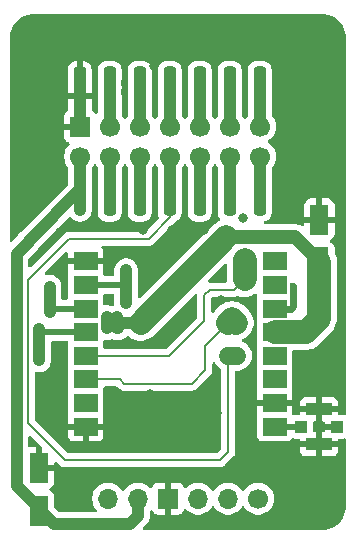
<source format=gbr>
%TF.GenerationSoftware,KiCad,Pcbnew,9.0.0*%
%TF.CreationDate,2025-05-16T16:34:18-03:00*%
%TF.ProjectId,V1A,5631412e-6b69-4636-9164-5f7063625858,rev?*%
%TF.SameCoordinates,Original*%
%TF.FileFunction,Copper,L1,Top*%
%TF.FilePolarity,Positive*%
%FSLAX46Y46*%
G04 Gerber Fmt 4.6, Leading zero omitted, Abs format (unit mm)*
G04 Created by KiCad (PCBNEW 9.0.0) date 2025-05-16 16:34:18*
%MOMM*%
%LPD*%
G01*
G04 APERTURE LIST*
G04 Aperture macros list*
%AMRoundRect*
0 Rectangle with rounded corners*
0 $1 Rounding radius*
0 $2 $3 $4 $5 $6 $7 $8 $9 X,Y pos of 4 corners*
0 Add a 4 corners polygon primitive as box body*
4,1,4,$2,$3,$4,$5,$6,$7,$8,$9,$2,$3,0*
0 Add four circle primitives for the rounded corners*
1,1,$1+$1,$2,$3*
1,1,$1+$1,$4,$5*
1,1,$1+$1,$6,$7*
1,1,$1+$1,$8,$9*
0 Add four rect primitives between the rounded corners*
20,1,$1+$1,$2,$3,$4,$5,0*
20,1,$1+$1,$4,$5,$6,$7,0*
20,1,$1+$1,$6,$7,$8,$9,0*
20,1,$1+$1,$8,$9,$2,$3,0*%
G04 Aperture macros list end*
%TA.AperFunction,ComponentPad*%
%ADD10R,1.700000X1.700000*%
%TD*%
%TA.AperFunction,ComponentPad*%
%ADD11C,1.700000*%
%TD*%
%TA.AperFunction,SMDPad,CuDef*%
%ADD12R,2.000000X1.500000*%
%TD*%
%TA.AperFunction,ComponentPad*%
%ADD13O,1.700000X1.700000*%
%TD*%
%TA.AperFunction,SMDPad,CuDef*%
%ADD14RoundRect,0.250000X0.550000X-1.050000X0.550000X1.050000X-0.550000X1.050000X-0.550000X-1.050000X0*%
%TD*%
%TA.AperFunction,SMDPad,CuDef*%
%ADD15RoundRect,0.255000X-0.255000X2.245000X-0.255000X-2.245000X0.255000X-2.245000X0.255000X2.245000X0*%
%TD*%
%TA.AperFunction,SMDPad,CuDef*%
%ADD16R,1.000000X1.000000*%
%TD*%
%TA.AperFunction,SMDPad,CuDef*%
%ADD17R,2.200000X1.050000*%
%TD*%
%TA.AperFunction,ViaPad*%
%ADD18C,0.800000*%
%TD*%
%TA.AperFunction,ViaPad*%
%ADD19C,0.600000*%
%TD*%
%TA.AperFunction,Conductor*%
%ADD20C,0.200000*%
%TD*%
%TA.AperFunction,Conductor*%
%ADD21C,2.000000*%
%TD*%
%TA.AperFunction,Conductor*%
%ADD22C,0.500000*%
%TD*%
%TA.AperFunction,Conductor*%
%ADD23C,1.000000*%
%TD*%
%TA.AperFunction,Conductor*%
%ADD24C,0.250000*%
%TD*%
%TA.AperFunction,Conductor*%
%ADD25C,0.000000*%
%TD*%
%TA.AperFunction,Conductor*%
%ADD26C,1.200000*%
%TD*%
%TA.AperFunction,Conductor*%
%ADD27C,1.500000*%
%TD*%
%TA.AperFunction,Conductor*%
%ADD28C,0.600000*%
%TD*%
G04 APERTURE END LIST*
D10*
%TO.P,IDC14,1*%
%TO.N,GND*%
X146775859Y-87351463D03*
D11*
%TO.P,IDC14,2*%
%TO.N,5V*%
X146775859Y-89891463D03*
%TO.P,IDC14,3*%
%TO.N,3V3*%
X149315859Y-87351463D03*
%TO.P,IDC14,4*%
%TO.N,MISO*%
X149315859Y-89891463D03*
%TO.P,IDC14,5*%
%TO.N,Ana1*%
X151855859Y-87351463D03*
%TO.P,IDC14,7*%
%TO.N,MOSI*%
X154395859Y-87351463D03*
%TO.P,IDC14,8*%
%TO.N,CS_RP*%
X154395859Y-89891463D03*
%TO.P,IDC14,9*%
%TO.N,TX_RX*%
X156935859Y-87351463D03*
%TO.P,IDC14,10*%
%TO.N,D0*%
X156935859Y-89891463D03*
%TO.P,IDC14,11*%
%TO.N,RX_TX*%
X159475859Y-87351463D03*
%TO.P,IDC14,12*%
%TO.N,SCL*%
X159475859Y-89891463D03*
%TO.P,IDC14,13*%
%TO.N,SCK*%
X162015859Y-87351463D03*
%TO.P,IDC14,14*%
%TO.N,SDA*%
X162015859Y-89891463D03*
%TO.P,IDC14,not connected*%
%TO.N,notconnected*%
X151855859Y-89891463D03*
%TD*%
D12*
%TO.P,RFM95W,1*%
%TO.N,ANT*%
X163245800Y-112755200D03*
%TO.P,RFM95W,2*%
%TO.N,GND*%
X163245800Y-110755200D03*
%TO.P,RFM95W,3*%
%TO.N,N/C*%
X163245800Y-108755200D03*
%TO.P,RFM95W,4*%
X163245800Y-106755200D03*
%TO.P,RFM95W,5*%
%TO.N,3V3*%
X163245800Y-104755200D03*
%TO.P,RFM95W,6*%
%TO.N,D1_ESP32*%
X163245800Y-102755200D03*
%TO.P,RFM95W,7*%
%TO.N,N/C*%
X163245800Y-100755200D03*
%TO.P,RFM95W,8*%
X163245800Y-98755200D03*
%TO.P,RFM95W,9*%
%TO.N,GND*%
X147245800Y-98755200D03*
%TO.P,RFM95W,10*%
%TO.N,MISO*%
X147245800Y-100755200D03*
%TO.P,RFM95W,11*%
%TO.N,MOSI*%
X147245800Y-102755200D03*
%TO.P,RFM95W,12*%
%TO.N,SCK*%
X147245800Y-104755200D03*
%TO.P,RFM95W,13*%
%TO.N,D0_ESP32*%
X147245800Y-106755200D03*
%TO.P,RFM95W,14*%
%TO.N,CS_LORA*%
X147245800Y-108755200D03*
%TO.P,RFM95W,15*%
%TO.N,N/C*%
X147245800Y-110755200D03*
%TO.P,RFM95W,16*%
%TO.N,GND*%
X147245800Y-112755200D03*
%TD*%
D11*
%TO.P,J2,1*%
%TO.N,N/C*%
X161848800Y-118846600D03*
D13*
%TO.P,J2,2*%
%TO.N,RX_TX*%
X159308800Y-118846600D03*
%TO.P,J2,3*%
%TO.N,TX_RX*%
X156768800Y-118846600D03*
D10*
%TO.P,J2,4*%
%TO.N,GND*%
X154228800Y-118846600D03*
D13*
%TO.P,J2,5*%
%TO.N,5V*%
X151688800Y-118846600D03*
%TO.P,J2,6*%
%TO.N,N/C*%
X149148800Y-118846600D03*
%TD*%
D14*
%TO.P,REF\u002A\u002A,1*%
%TO.N,3V3*%
X167030400Y-98828000D03*
%TO.P,REF\u002A\u002A,2*%
%TO.N,GND*%
X167030400Y-95228000D03*
%TD*%
D15*
%TO.P,IDC 14,1*%
%TO.N,SCK*%
X161975859Y-84791463D03*
%TO.P,IDC 14,2*%
%TO.N,SDA*%
X161975859Y-92391463D03*
%TO.P,IDC 14,3*%
%TO.N,RX_TX*%
X159435859Y-84791463D03*
%TO.P,IDC 14,4*%
%TO.N,SCL*%
X159435859Y-92391463D03*
%TO.P,IDC 14,5*%
%TO.N,TX_RX*%
X156895859Y-84791463D03*
%TO.P,IDC 14,6*%
%TO.N,D0*%
X156895859Y-92391463D03*
%TO.P,IDC 14,7*%
%TO.N,MOSI*%
X154355859Y-84791463D03*
%TO.P,IDC 14,8*%
%TO.N,CS_RP*%
X154355859Y-92391463D03*
%TO.P,IDC 14,9*%
%TO.N,Ana1*%
X151815859Y-84791463D03*
%TO.P,IDC 14,10*%
%TO.N,notconnected*%
X151815859Y-92391463D03*
%TO.P,IDC 14,11*%
%TO.N,3V3*%
X149275859Y-84791463D03*
%TO.P,IDC 14,12*%
%TO.N,MISO*%
X149275859Y-92391463D03*
%TO.P,IDC 14,13*%
%TO.N,GND*%
X146735859Y-84791463D03*
%TD*%
D14*
%TO.P,REF\u002A\u002A,1*%
%TO.N,5V*%
X143306800Y-119862600D03*
%TO.P,REF\u002A\u002A,2*%
%TO.N,GND*%
X143306800Y-116262600D03*
%TD*%
D16*
%TO.P,REF\u002A\u002A,1*%
%TO.N,ANT*%
X165495859Y-112766463D03*
D17*
%TO.P,REF\u002A\u002A,2*%
%TO.N,GND*%
X166995859Y-111291463D03*
D16*
X168495859Y-112766463D03*
D17*
X166995859Y-114241463D03*
%TD*%
D18*
%TO.N,GND*%
X154228800Y-104444800D03*
D19*
X147929600Y-82092800D03*
D18*
X152755600Y-98958400D03*
D19*
X149301200Y-105816400D03*
D18*
X158394400Y-111582200D03*
X152095200Y-96139000D03*
X156108400Y-102971600D03*
D19*
X149199600Y-99649280D03*
D18*
X141274800Y-95250000D03*
X168833800Y-85011469D03*
D19*
X144576800Y-99669600D03*
D18*
X152654000Y-112598200D03*
X158140400Y-81534000D03*
X160578800Y-95123000D03*
X152095200Y-99720400D03*
D19*
X149199600Y-98948240D03*
D18*
X145084800Y-96291400D03*
X152044400Y-98298000D03*
X155651200Y-81584800D03*
X158699200Y-102057200D03*
X154381200Y-112598200D03*
D19*
X149199600Y-101803200D03*
X149199600Y-98247200D03*
D18*
X160832800Y-116001800D03*
X168452800Y-105130600D03*
X168833800Y-83742742D03*
X153060400Y-82194400D03*
X145186400Y-88773000D03*
X167291700Y-119438100D03*
X152654000Y-110007400D03*
D19*
X150469600Y-84429600D03*
D18*
X165709600Y-119456200D03*
X164642800Y-88976200D03*
X142240000Y-79375000D03*
X158750000Y-100101400D03*
D19*
X150469600Y-83667600D03*
D18*
X157226000Y-96088200D03*
X146456400Y-119430800D03*
X146456400Y-117246400D03*
X154584400Y-96139000D03*
D19*
X150520400Y-82042000D03*
D18*
X146456400Y-118237000D03*
X168833800Y-86280196D03*
D19*
%TO.N,MISO*%
X150672800Y-100406200D03*
X150672800Y-102184200D03*
X150672800Y-101295200D03*
X150672800Y-99517200D03*
%TO.N,SCK*%
X143306800Y-106248200D03*
X143306800Y-105359200D03*
X143306800Y-107137200D03*
X143306800Y-104470200D03*
%TO.N,MOSI*%
X144195800Y-100914200D03*
X144195800Y-101676200D03*
X144195800Y-102438200D03*
X144195800Y-103200200D03*
D18*
%TO.N,3V3*%
X149910800Y-103479600D03*
X149047200Y-103479600D03*
X149961600Y-104444800D03*
X149047200Y-104444800D03*
D19*
%TO.N,CS_RP*%
X160070800Y-106375200D03*
X159308800Y-107137200D03*
X159308800Y-106375200D03*
X160070800Y-107137200D03*
%TO.N,CS_LORA*%
X159943800Y-103581200D03*
X159181800Y-103581200D03*
X159943800Y-104343200D03*
X159181800Y-104343200D03*
%TO.N,D0_ESP32*%
X160197800Y-98374200D03*
X160197800Y-99263200D03*
X161086800Y-98374200D03*
X161086800Y-99263200D03*
%TO.N,D1_ESP32*%
X164795200Y-102006400D03*
X164795200Y-100838000D03*
X164795200Y-101396800D03*
X164795200Y-102006400D03*
%TD*%
D20*
%TO.N,D0_ESP32*%
X154306000Y-106755200D02*
X147245800Y-106755200D01*
X157276800Y-103784400D02*
X154306000Y-106755200D01*
X157276800Y-101650800D02*
X157276800Y-103784400D01*
X159816800Y-101168200D02*
X157759400Y-101168200D01*
X157759400Y-101168200D02*
X157276800Y-101650800D01*
X160705800Y-100279200D02*
X159816800Y-101168200D01*
D21*
X160705800Y-98628200D02*
X160705800Y-100279200D01*
%TO.N,CS_LORA*%
X159640550Y-103630450D02*
X159972300Y-103962200D01*
X159308800Y-103962200D02*
X159640550Y-103630450D01*
D20*
X157378400Y-105892600D02*
X159308800Y-103962200D01*
X157378400Y-107950000D02*
X157378400Y-105892600D01*
X150520400Y-109118400D02*
X156210000Y-109118400D01*
X156210000Y-109118400D02*
X157378400Y-107950000D01*
X147245800Y-108755200D02*
X150157200Y-108755200D01*
X150157200Y-108755200D02*
X150520400Y-109118400D01*
%TO.N,GND*%
X145464937Y-87351463D02*
X145034000Y-87782400D01*
X166995859Y-112776000D02*
X168486322Y-112776000D01*
X168486322Y-112776000D02*
X168495859Y-112766463D01*
X166995859Y-112776000D02*
X166995859Y-114241463D01*
X166995859Y-111291463D02*
X166995859Y-112776000D01*
X146775859Y-87351463D02*
X145464937Y-87351463D01*
X145034000Y-87782400D02*
X145034000Y-88620600D01*
X145034000Y-88620600D02*
X145186400Y-88773000D01*
D22*
%TO.N,MISO*%
X147264600Y-100736400D02*
X150672800Y-100736400D01*
D20*
X150323800Y-100755200D02*
X150672800Y-100406200D01*
D23*
X150672800Y-100736400D02*
X150672800Y-99517200D01*
D24*
X149285859Y-92401463D02*
X149275859Y-92391463D01*
D23*
X150672800Y-102311200D02*
X150672800Y-100736400D01*
D22*
X147245800Y-100755200D02*
X147264600Y-100736400D01*
%TO.N,SCK*%
X147245800Y-104755200D02*
X143337800Y-104755200D01*
D23*
X143306800Y-107137200D02*
X143306800Y-104470200D01*
D20*
X143591800Y-104755200D02*
X143306800Y-104470200D01*
D24*
%TO.N,RX_TX*%
X159415859Y-84771463D02*
X159435859Y-84791463D01*
D20*
%TO.N,MOSI*%
X144512800Y-102755200D02*
X144195800Y-102438200D01*
D23*
X144195800Y-100914200D02*
X144195800Y-103073200D01*
D22*
X147245800Y-102755200D02*
X144512800Y-102755200D01*
D25*
%TO.N,Ana1*%
X151735859Y-84711463D02*
X151815859Y-84791463D01*
D23*
%TO.N,3V3*%
X149047200Y-103987600D02*
X149047200Y-104444800D01*
D26*
X159156400Y-96723200D02*
X164998400Y-96723200D01*
X164998400Y-96723200D02*
X167030400Y-98755200D01*
D21*
X166995859Y-103671463D02*
X165912122Y-104755200D01*
X165912122Y-104755200D02*
X163245800Y-104755200D01*
D23*
X149910800Y-103479600D02*
X149910800Y-104394000D01*
X149910800Y-104394000D02*
X149961600Y-104444800D01*
D21*
X151892000Y-103987600D02*
X159156400Y-96723200D01*
D20*
X167030400Y-98755200D02*
X167030400Y-98828000D01*
D21*
X166995859Y-103671463D02*
X166995859Y-98862541D01*
D23*
X149047200Y-103479600D02*
X149047200Y-103987600D01*
X149047200Y-103987600D02*
X151892000Y-103987600D01*
D24*
X149375859Y-84691463D02*
X149275859Y-84791463D01*
D21*
X166995859Y-98862541D02*
X167030400Y-98828000D01*
D24*
%TO.N,SDA*%
X161975859Y-93431463D02*
X161975859Y-92391463D01*
X161915859Y-92451463D02*
X161975859Y-92391463D01*
%TO.N,D0*%
X156935859Y-89891463D02*
X156935859Y-89176806D01*
X157265859Y-92761463D02*
X156895859Y-92391463D01*
D20*
%TO.N,CS_RP*%
X159308800Y-114884200D02*
X159308800Y-106375200D01*
X158597600Y-115595400D02*
X159308800Y-114884200D01*
D27*
X160070800Y-106756200D02*
X159308800Y-106756200D01*
D20*
X154395859Y-95032141D02*
X152577800Y-96850200D01*
X152577800Y-96850200D02*
X145846800Y-96850200D01*
X145491200Y-115595400D02*
X158597600Y-115595400D01*
X142354300Y-100342700D02*
X142354300Y-112458500D01*
X154395859Y-89891463D02*
X154395859Y-95032141D01*
X145846800Y-96850200D02*
X142354300Y-100342700D01*
X142354300Y-112458500D02*
X145491200Y-115595400D01*
D23*
%TO.N,5V*%
X142417800Y-97104200D02*
X141401800Y-98120200D01*
X146775859Y-89891463D02*
X146775859Y-94397141D01*
X146775859Y-92665811D02*
X142417800Y-97023870D01*
X146775859Y-89891463D02*
X146775859Y-92665811D01*
X144576800Y-120996200D02*
X151012400Y-120996200D01*
X141401800Y-117821200D02*
X144576800Y-120996200D01*
X151688800Y-120319800D02*
X151688800Y-118846600D01*
X142417800Y-97023870D02*
X142417800Y-97104200D01*
X141401800Y-98120200D02*
X141401800Y-117821200D01*
X151012400Y-120996200D02*
X151688800Y-120319800D01*
D20*
%TO.N,CS_LORA*%
X147245800Y-108755200D02*
X146829800Y-108755200D01*
D28*
%TO.N,D1_ESP32*%
X164795200Y-100838000D02*
X164795200Y-102565200D01*
X164592000Y-102768400D02*
X163259000Y-102768400D01*
X164795200Y-102565200D02*
X164592000Y-102768400D01*
D20*
X163259000Y-102768400D02*
X163245800Y-102755200D01*
D22*
%TO.N,ANT*%
X163565859Y-112811463D02*
X165450859Y-112811463D01*
D24*
X165450859Y-112811463D02*
X165495859Y-112766463D01*
D20*
%TO.N,notconnected*%
X151855859Y-89891463D02*
X151855859Y-89825141D01*
%TO.N,CS_LORA*%
X160169300Y-104216200D02*
X160423300Y-103962200D01*
%TD*%
%TA.AperFunction,Conductor*%
%TO.N,GND*%
G36*
X167279279Y-77807055D02*
G01*
X167533325Y-77823710D01*
X167549405Y-77825827D01*
X167795115Y-77874705D01*
X167810782Y-77878903D01*
X168048009Y-77959434D01*
X168062994Y-77965641D01*
X168072977Y-77970564D01*
X168287688Y-78076450D01*
X168301720Y-78084551D01*
X168510032Y-78223743D01*
X168522896Y-78233615D01*
X168711248Y-78398797D01*
X168722718Y-78410267D01*
X168887899Y-78598622D01*
X168897772Y-78611490D01*
X169036956Y-78819795D01*
X169045065Y-78833840D01*
X169155744Y-79058276D01*
X169155866Y-79058522D01*
X169162073Y-79073508D01*
X169242602Y-79310741D01*
X169246800Y-79326407D01*
X169295675Y-79572114D01*
X169297792Y-79588195D01*
X169314473Y-79842675D01*
X169314739Y-79850784D01*
X169314739Y-79912184D01*
X169314739Y-79912189D01*
X169314740Y-79917307D01*
X169314740Y-79917317D01*
X169315412Y-111673406D01*
X169295729Y-111740446D01*
X169242926Y-111786202D01*
X169173768Y-111796147D01*
X169148078Y-111789591D01*
X169103235Y-111772865D01*
X169103231Y-111772864D01*
X169043703Y-111766463D01*
X168719859Y-111766463D01*
X168652820Y-111746778D01*
X168607065Y-111693974D01*
X168595859Y-111642463D01*
X168595859Y-111541463D01*
X167245859Y-111541463D01*
X167245859Y-112316463D01*
X167371859Y-112316463D01*
X167438898Y-112336148D01*
X167484653Y-112388952D01*
X167495859Y-112440463D01*
X167495859Y-112516463D01*
X168371859Y-112516463D01*
X168438898Y-112536148D01*
X168484653Y-112588952D01*
X168495859Y-112640463D01*
X168495859Y-112892463D01*
X168476174Y-112959502D01*
X168423370Y-113005257D01*
X168371859Y-113016463D01*
X167495859Y-113016463D01*
X167495859Y-113092463D01*
X167476174Y-113159502D01*
X167423370Y-113205257D01*
X167371859Y-113216463D01*
X167245859Y-113216463D01*
X167245859Y-113991463D01*
X168595859Y-113991463D01*
X168595859Y-113890463D01*
X168615544Y-113823424D01*
X168668348Y-113777669D01*
X168719859Y-113766463D01*
X169043687Y-113766463D01*
X169043703Y-113766462D01*
X169103231Y-113760061D01*
X169103239Y-113760059D01*
X169148124Y-113743318D01*
X169217816Y-113738332D01*
X169279139Y-113771817D01*
X169312625Y-113833139D01*
X169315459Y-113859496D01*
X169315578Y-119475851D01*
X169315286Y-119484357D01*
X169297950Y-119736572D01*
X169295776Y-119752678D01*
X169246366Y-119996697D01*
X169242104Y-120012379D01*
X169161208Y-120247838D01*
X169154931Y-120262829D01*
X169043938Y-120485681D01*
X169035755Y-120499722D01*
X168896569Y-120706148D01*
X168886620Y-120718998D01*
X168721636Y-120905445D01*
X168710092Y-120916884D01*
X168522138Y-121080157D01*
X168509197Y-121089988D01*
X168301507Y-121227276D01*
X168287392Y-121235330D01*
X168063528Y-121344279D01*
X168048480Y-121350418D01*
X167812293Y-121429154D01*
X167796573Y-121433272D01*
X167552118Y-121480444D01*
X167535993Y-121482471D01*
X167317498Y-121495481D01*
X167310128Y-121495700D01*
X152227181Y-121495700D01*
X152160142Y-121476015D01*
X152114387Y-121423211D01*
X152104443Y-121354053D01*
X152133468Y-121290497D01*
X152139500Y-121284019D01*
X152223535Y-121199984D01*
X152326578Y-121096941D01*
X152326582Y-121096939D01*
X152465939Y-120957582D01*
X152575432Y-120793714D01*
X152650851Y-120611635D01*
X152659124Y-120570047D01*
X152689300Y-120418340D01*
X152689300Y-120221260D01*
X152689300Y-119966030D01*
X152708985Y-119898991D01*
X152761789Y-119853236D01*
X152830947Y-119843292D01*
X152894503Y-119872317D01*
X152929482Y-119922697D01*
X152935445Y-119938686D01*
X152935449Y-119938693D01*
X153021609Y-120053787D01*
X153021612Y-120053790D01*
X153136706Y-120139950D01*
X153136713Y-120139954D01*
X153271420Y-120190196D01*
X153271427Y-120190198D01*
X153330955Y-120196599D01*
X153330972Y-120196600D01*
X153978800Y-120196600D01*
X153978800Y-119279612D01*
X154035807Y-119312525D01*
X154162974Y-119346600D01*
X154294626Y-119346600D01*
X154421793Y-119312525D01*
X154478800Y-119279612D01*
X154478800Y-120196600D01*
X155126628Y-120196600D01*
X155126644Y-120196599D01*
X155186172Y-120190198D01*
X155186179Y-120190196D01*
X155320886Y-120139954D01*
X155320893Y-120139950D01*
X155435987Y-120053790D01*
X155435990Y-120053787D01*
X155522150Y-119938693D01*
X155522154Y-119938686D01*
X155571222Y-119807129D01*
X155613093Y-119751195D01*
X155678557Y-119726778D01*
X155746830Y-119741630D01*
X155775085Y-119762781D01*
X155889013Y-119876709D01*
X156060979Y-120001648D01*
X156060981Y-120001649D01*
X156060984Y-120001651D01*
X156250388Y-120098157D01*
X156452557Y-120163846D01*
X156662513Y-120197100D01*
X156662514Y-120197100D01*
X156875086Y-120197100D01*
X156875087Y-120197100D01*
X157085043Y-120163846D01*
X157287212Y-120098157D01*
X157476616Y-120001651D01*
X157518849Y-119970967D01*
X157648586Y-119876709D01*
X157648588Y-119876706D01*
X157648592Y-119876704D01*
X157798904Y-119726392D01*
X157798906Y-119726388D01*
X157798909Y-119726386D01*
X157923848Y-119554420D01*
X157923847Y-119554420D01*
X157923851Y-119554416D01*
X157928314Y-119545654D01*
X157976288Y-119494859D01*
X158044108Y-119478063D01*
X158110244Y-119500599D01*
X158149284Y-119545654D01*
X158150307Y-119547660D01*
X158153751Y-119554420D01*
X158278690Y-119726386D01*
X158429013Y-119876709D01*
X158600979Y-120001648D01*
X158600981Y-120001649D01*
X158600984Y-120001651D01*
X158790388Y-120098157D01*
X158992557Y-120163846D01*
X159202513Y-120197100D01*
X159202514Y-120197100D01*
X159415086Y-120197100D01*
X159415087Y-120197100D01*
X159625043Y-120163846D01*
X159827212Y-120098157D01*
X160016616Y-120001651D01*
X160058849Y-119970967D01*
X160188586Y-119876709D01*
X160188588Y-119876706D01*
X160188592Y-119876704D01*
X160338904Y-119726392D01*
X160338906Y-119726388D01*
X160338909Y-119726386D01*
X160463848Y-119554420D01*
X160463847Y-119554420D01*
X160463851Y-119554416D01*
X160468314Y-119545654D01*
X160516288Y-119494859D01*
X160584108Y-119478063D01*
X160650244Y-119500599D01*
X160689284Y-119545654D01*
X160690307Y-119547660D01*
X160693751Y-119554420D01*
X160818690Y-119726386D01*
X160969013Y-119876709D01*
X161140979Y-120001648D01*
X161140981Y-120001649D01*
X161140984Y-120001651D01*
X161330388Y-120098157D01*
X161532557Y-120163846D01*
X161742513Y-120197100D01*
X161742514Y-120197100D01*
X161955086Y-120197100D01*
X161955087Y-120197100D01*
X162165043Y-120163846D01*
X162367212Y-120098157D01*
X162556616Y-120001651D01*
X162598849Y-119970967D01*
X162728586Y-119876709D01*
X162728588Y-119876706D01*
X162728592Y-119876704D01*
X162878904Y-119726392D01*
X162878906Y-119726388D01*
X162878909Y-119726386D01*
X163003848Y-119554420D01*
X163003847Y-119554420D01*
X163003851Y-119554416D01*
X163100357Y-119365012D01*
X163166046Y-119162843D01*
X163199300Y-118952887D01*
X163199300Y-118740313D01*
X163166046Y-118530357D01*
X163100357Y-118328188D01*
X163003851Y-118138784D01*
X163003849Y-118138781D01*
X163003848Y-118138779D01*
X162878909Y-117966813D01*
X162728586Y-117816490D01*
X162556620Y-117691551D01*
X162367214Y-117595044D01*
X162367213Y-117595043D01*
X162367212Y-117595043D01*
X162165043Y-117529354D01*
X162165041Y-117529353D01*
X162165040Y-117529353D01*
X162003757Y-117503808D01*
X161955087Y-117496100D01*
X161742513Y-117496100D01*
X161693842Y-117503808D01*
X161532560Y-117529353D01*
X161330385Y-117595044D01*
X161140979Y-117691551D01*
X160969013Y-117816490D01*
X160818690Y-117966813D01*
X160693749Y-118138782D01*
X160689284Y-118147546D01*
X160641309Y-118198342D01*
X160573488Y-118215136D01*
X160507353Y-118192598D01*
X160468316Y-118147546D01*
X160463850Y-118138782D01*
X160338909Y-117966813D01*
X160188586Y-117816490D01*
X160016620Y-117691551D01*
X159827214Y-117595044D01*
X159827213Y-117595043D01*
X159827212Y-117595043D01*
X159625043Y-117529354D01*
X159625041Y-117529353D01*
X159625040Y-117529353D01*
X159463757Y-117503808D01*
X159415087Y-117496100D01*
X159202513Y-117496100D01*
X159153842Y-117503808D01*
X158992560Y-117529353D01*
X158790385Y-117595044D01*
X158600979Y-117691551D01*
X158429013Y-117816490D01*
X158278690Y-117966813D01*
X158153749Y-118138782D01*
X158149284Y-118147546D01*
X158101309Y-118198342D01*
X158033488Y-118215136D01*
X157967353Y-118192598D01*
X157928316Y-118147546D01*
X157923850Y-118138782D01*
X157798909Y-117966813D01*
X157648586Y-117816490D01*
X157476620Y-117691551D01*
X157287214Y-117595044D01*
X157287213Y-117595043D01*
X157287212Y-117595043D01*
X157085043Y-117529354D01*
X157085041Y-117529353D01*
X157085040Y-117529353D01*
X156923757Y-117503808D01*
X156875087Y-117496100D01*
X156662513Y-117496100D01*
X156613842Y-117503808D01*
X156452560Y-117529353D01*
X156250385Y-117595044D01*
X156060979Y-117691551D01*
X155889015Y-117816489D01*
X155775085Y-117930419D01*
X155713762Y-117963903D01*
X155644070Y-117958919D01*
X155588137Y-117917047D01*
X155571222Y-117886070D01*
X155522154Y-117754513D01*
X155522150Y-117754506D01*
X155435990Y-117639412D01*
X155435987Y-117639409D01*
X155320893Y-117553249D01*
X155320886Y-117553245D01*
X155186179Y-117503003D01*
X155186172Y-117503001D01*
X155126644Y-117496600D01*
X154478800Y-117496600D01*
X154478800Y-118413588D01*
X154421793Y-118380675D01*
X154294626Y-118346600D01*
X154162974Y-118346600D01*
X154035807Y-118380675D01*
X153978800Y-118413588D01*
X153978800Y-117496600D01*
X153330955Y-117496600D01*
X153271427Y-117503001D01*
X153271420Y-117503003D01*
X153136713Y-117553245D01*
X153136706Y-117553249D01*
X153021612Y-117639409D01*
X153021609Y-117639412D01*
X152935449Y-117754506D01*
X152935446Y-117754512D01*
X152886377Y-117886071D01*
X152844505Y-117942004D01*
X152779041Y-117966421D01*
X152710768Y-117951569D01*
X152682514Y-117930418D01*
X152568586Y-117816490D01*
X152396620Y-117691551D01*
X152207214Y-117595044D01*
X152207213Y-117595043D01*
X152207212Y-117595043D01*
X152005043Y-117529354D01*
X152005041Y-117529353D01*
X152005040Y-117529353D01*
X151843757Y-117503808D01*
X151795087Y-117496100D01*
X151582513Y-117496100D01*
X151533842Y-117503808D01*
X151372560Y-117529353D01*
X151170385Y-117595044D01*
X150980979Y-117691551D01*
X150809013Y-117816490D01*
X150658690Y-117966813D01*
X150533749Y-118138782D01*
X150529284Y-118147546D01*
X150481309Y-118198342D01*
X150413488Y-118215136D01*
X150347353Y-118192598D01*
X150308316Y-118147546D01*
X150303850Y-118138782D01*
X150178909Y-117966813D01*
X150028586Y-117816490D01*
X149856620Y-117691551D01*
X149667214Y-117595044D01*
X149667213Y-117595043D01*
X149667212Y-117595043D01*
X149465043Y-117529354D01*
X149465041Y-117529353D01*
X149465040Y-117529353D01*
X149303757Y-117503808D01*
X149255087Y-117496100D01*
X149042513Y-117496100D01*
X148993842Y-117503808D01*
X148832560Y-117529353D01*
X148630385Y-117595044D01*
X148440979Y-117691551D01*
X148269013Y-117816490D01*
X148118690Y-117966813D01*
X147993751Y-118138779D01*
X147897244Y-118328185D01*
X147831553Y-118530360D01*
X147798300Y-118740313D01*
X147798300Y-118952886D01*
X147831553Y-119162839D01*
X147897244Y-119365014D01*
X147993751Y-119554420D01*
X148118690Y-119726386D01*
X148176323Y-119784019D01*
X148209808Y-119845342D01*
X148204824Y-119915034D01*
X148162952Y-119970967D01*
X148097488Y-119995384D01*
X148088642Y-119995700D01*
X145042582Y-119995700D01*
X144975543Y-119976015D01*
X144954901Y-119959381D01*
X144643618Y-119648098D01*
X144610133Y-119586775D01*
X144607299Y-119560417D01*
X144607299Y-118762598D01*
X144607298Y-118762581D01*
X144596799Y-118659803D01*
X144596798Y-118659800D01*
X144556965Y-118539593D01*
X144541614Y-118493266D01*
X144449512Y-118343944D01*
X144325456Y-118219888D01*
X144241079Y-118167844D01*
X144194356Y-118115897D01*
X144183133Y-118046934D01*
X144210977Y-117982852D01*
X144241081Y-117956767D01*
X144325143Y-117904917D01*
X144449115Y-117780945D01*
X144541156Y-117631724D01*
X144541158Y-117631719D01*
X144596305Y-117465297D01*
X144596306Y-117465290D01*
X144606799Y-117362586D01*
X144606800Y-117362573D01*
X144606800Y-116512600D01*
X143430800Y-116512600D01*
X143363761Y-116492915D01*
X143318006Y-116440111D01*
X143306800Y-116388600D01*
X143306800Y-116262600D01*
X143180800Y-116262600D01*
X143113761Y-116242915D01*
X143068006Y-116190111D01*
X143056800Y-116138600D01*
X143056800Y-114462600D01*
X142706828Y-114462600D01*
X142706812Y-114462601D01*
X142604103Y-114473094D01*
X142565302Y-114485951D01*
X142495474Y-114488351D01*
X142435432Y-114452619D01*
X142404241Y-114390098D01*
X142402300Y-114368244D01*
X142402300Y-113655097D01*
X142421985Y-113588058D01*
X142474789Y-113542303D01*
X142543947Y-113532359D01*
X142607503Y-113561384D01*
X142613981Y-113567416D01*
X143520481Y-114473916D01*
X143553966Y-114535239D01*
X143556800Y-114561597D01*
X143556800Y-116012600D01*
X144606799Y-116012600D01*
X144606799Y-115859596D01*
X144626484Y-115792557D01*
X144679288Y-115746802D01*
X144748446Y-115736858D01*
X144812002Y-115765883D01*
X144818467Y-115771902D01*
X145122484Y-116075920D01*
X145122486Y-116075921D01*
X145122490Y-116075924D01*
X145231050Y-116138600D01*
X145259416Y-116154977D01*
X145412143Y-116195901D01*
X145412145Y-116195901D01*
X145577854Y-116195901D01*
X145577870Y-116195900D01*
X158510931Y-116195900D01*
X158510947Y-116195901D01*
X158518543Y-116195901D01*
X158676654Y-116195901D01*
X158676657Y-116195901D01*
X158829385Y-116154977D01*
X158879504Y-116126039D01*
X158966316Y-116075920D01*
X159078120Y-115964116D01*
X159078120Y-115964114D01*
X159088328Y-115953907D01*
X159088329Y-115953904D01*
X159789320Y-115252916D01*
X159868377Y-115115984D01*
X159909301Y-114963257D01*
X159909301Y-114814307D01*
X165395859Y-114814307D01*
X165402260Y-114873835D01*
X165402262Y-114873842D01*
X165452504Y-115008549D01*
X165452508Y-115008556D01*
X165538668Y-115123650D01*
X165538671Y-115123653D01*
X165653765Y-115209813D01*
X165653772Y-115209817D01*
X165788479Y-115260059D01*
X165788486Y-115260061D01*
X165848014Y-115266462D01*
X165848031Y-115266463D01*
X166745859Y-115266463D01*
X167245859Y-115266463D01*
X168143687Y-115266463D01*
X168143703Y-115266462D01*
X168203231Y-115260061D01*
X168203238Y-115260059D01*
X168337945Y-115209817D01*
X168337952Y-115209813D01*
X168453046Y-115123653D01*
X168453049Y-115123650D01*
X168539209Y-115008556D01*
X168539213Y-115008549D01*
X168589455Y-114873842D01*
X168589457Y-114873835D01*
X168595858Y-114814307D01*
X168595859Y-114814290D01*
X168595859Y-114491463D01*
X167245859Y-114491463D01*
X167245859Y-115266463D01*
X166745859Y-115266463D01*
X166745859Y-114491463D01*
X165395859Y-114491463D01*
X165395859Y-114814307D01*
X159909301Y-114814307D01*
X159909301Y-114805142D01*
X159909301Y-114797547D01*
X159909300Y-114797529D01*
X159909300Y-111957327D01*
X161745300Y-111957327D01*
X161745300Y-111969746D01*
X161745300Y-111969747D01*
X161745300Y-113553070D01*
X161745301Y-113553076D01*
X161751708Y-113612683D01*
X161802002Y-113747528D01*
X161802006Y-113747535D01*
X161888252Y-113862744D01*
X161888255Y-113862747D01*
X162003464Y-113948993D01*
X162003471Y-113948997D01*
X162138317Y-113999291D01*
X162138316Y-113999291D01*
X162145244Y-114000035D01*
X162197927Y-114005700D01*
X164293672Y-114005699D01*
X164353283Y-113999291D01*
X164488131Y-113948996D01*
X164603346Y-113862746D01*
X164669735Y-113774061D01*
X164725667Y-113732192D01*
X164795358Y-113727208D01*
X164812335Y-113732192D01*
X164888376Y-113760554D01*
X164947986Y-113766963D01*
X165271861Y-113766962D01*
X165338898Y-113786646D01*
X165384653Y-113839450D01*
X165395859Y-113890962D01*
X165395859Y-113991463D01*
X166745859Y-113991463D01*
X166745859Y-113216463D01*
X166620359Y-113216463D01*
X166553320Y-113196778D01*
X166507565Y-113143974D01*
X166496359Y-113092463D01*
X166496358Y-112440463D01*
X166516042Y-112373424D01*
X166568846Y-112327669D01*
X166620358Y-112316463D01*
X166745859Y-112316463D01*
X166745859Y-111541463D01*
X165395859Y-111541463D01*
X165395859Y-111641963D01*
X165376174Y-111709002D01*
X165323370Y-111754757D01*
X165271859Y-111765963D01*
X164947989Y-111765963D01*
X164947982Y-111765964D01*
X164888369Y-111772372D01*
X164885396Y-111773075D01*
X164883021Y-111772947D01*
X164880663Y-111773201D01*
X164880621Y-111772818D01*
X164815627Y-111769329D01*
X164758959Y-111728458D01*
X164733383Y-111663438D01*
X164739170Y-111620497D01*
X164737613Y-111620130D01*
X164739398Y-111612572D01*
X164745799Y-111553044D01*
X164745800Y-111553027D01*
X164745800Y-111005200D01*
X161745800Y-111005200D01*
X161745800Y-111553044D01*
X161752201Y-111612572D01*
X161752203Y-111612580D01*
X161788968Y-111711152D01*
X161790405Y-111731251D01*
X161796718Y-111750386D01*
X161793719Y-111777598D01*
X161793952Y-111780844D01*
X161793008Y-111784057D01*
X161792853Y-111785468D01*
X161791231Y-111791751D01*
X161751709Y-111897717D01*
X161745300Y-111957327D01*
X159909300Y-111957327D01*
X159909300Y-110718618D01*
X165395859Y-110718618D01*
X165395859Y-111041463D01*
X166745859Y-111041463D01*
X167245859Y-111041463D01*
X168595859Y-111041463D01*
X168595859Y-110718635D01*
X168595858Y-110718618D01*
X168589457Y-110659090D01*
X168589455Y-110659083D01*
X168539213Y-110524376D01*
X168539209Y-110524369D01*
X168453049Y-110409275D01*
X168453046Y-110409272D01*
X168337952Y-110323112D01*
X168337945Y-110323108D01*
X168203238Y-110272866D01*
X168203231Y-110272864D01*
X168143703Y-110266463D01*
X167245859Y-110266463D01*
X167245859Y-111041463D01*
X166745859Y-111041463D01*
X166745859Y-110266463D01*
X165848014Y-110266463D01*
X165788486Y-110272864D01*
X165788479Y-110272866D01*
X165653772Y-110323108D01*
X165653765Y-110323112D01*
X165538671Y-110409272D01*
X165538668Y-110409275D01*
X165452508Y-110524369D01*
X165452504Y-110524376D01*
X165402262Y-110659083D01*
X165402260Y-110659090D01*
X165395859Y-110718618D01*
X159909300Y-110718618D01*
X159909300Y-108130700D01*
X159928985Y-108063661D01*
X159981789Y-108017906D01*
X160033300Y-108006700D01*
X160169222Y-108006700D01*
X160363626Y-107975909D01*
X160550825Y-107915084D01*
X160726205Y-107825724D01*
X160885446Y-107710028D01*
X161024628Y-107570846D01*
X161140324Y-107411605D01*
X161229684Y-107236225D01*
X161290509Y-107049026D01*
X161321300Y-106854622D01*
X161321300Y-106657777D01*
X161290509Y-106463373D01*
X161229682Y-106276170D01*
X161163239Y-106145768D01*
X161140324Y-106100795D01*
X161024628Y-105941554D01*
X160885446Y-105802372D01*
X160726205Y-105686676D01*
X160580985Y-105612683D01*
X160550828Y-105597317D01*
X160536188Y-105592560D01*
X160478514Y-105553120D01*
X160451318Y-105488760D01*
X160463235Y-105419915D01*
X160510481Y-105368440D01*
X160536193Y-105356698D01*
X160548292Y-105352768D01*
X160758733Y-105245543D01*
X160949810Y-105106717D01*
X161116817Y-104939710D01*
X161255643Y-104748633D01*
X161362868Y-104538192D01*
X161435852Y-104313568D01*
X161461265Y-104153116D01*
X161472799Y-104080297D01*
X161472799Y-103844102D01*
X161436145Y-103612683D01*
X161435852Y-103610831D01*
X161399360Y-103498519D01*
X161362869Y-103386210D01*
X161362867Y-103386207D01*
X161352080Y-103365035D01*
X161255643Y-103175766D01*
X161116817Y-102984690D01*
X160618060Y-102485933D01*
X160426984Y-102347107D01*
X160216546Y-102239883D01*
X159991918Y-102166896D01*
X159758647Y-102129950D01*
X159758642Y-102129950D01*
X159522458Y-102129950D01*
X159522453Y-102129950D01*
X159289181Y-102166896D01*
X159064553Y-102239883D01*
X158854115Y-102347107D01*
X158663038Y-102485934D01*
X158164285Y-102984687D01*
X158164278Y-102984696D01*
X158101617Y-103070940D01*
X158046287Y-103113606D01*
X157976674Y-103119584D01*
X157914879Y-103086977D01*
X157880522Y-103026138D01*
X157877300Y-102998054D01*
X157877300Y-101950897D01*
X157885944Y-101921456D01*
X157892468Y-101891470D01*
X157896222Y-101886454D01*
X157896985Y-101883858D01*
X157913619Y-101863216D01*
X157971816Y-101805019D01*
X158033139Y-101771534D01*
X158059497Y-101768700D01*
X159730131Y-101768700D01*
X159730147Y-101768701D01*
X159737743Y-101768701D01*
X159895854Y-101768701D01*
X159895857Y-101768701D01*
X160048585Y-101727777D01*
X160094315Y-101701374D01*
X160162213Y-101684901D01*
X160194626Y-101690828D01*
X160354432Y-101742753D01*
X160471070Y-101761226D01*
X160587703Y-101779700D01*
X160587708Y-101779700D01*
X160823897Y-101779700D01*
X161057168Y-101742753D01*
X161096848Y-101729860D01*
X161281792Y-101669768D01*
X161492233Y-101562543D01*
X161554629Y-101517209D01*
X161620433Y-101493729D01*
X161688487Y-101509554D01*
X161737183Y-101559659D01*
X161745376Y-101578998D01*
X161749416Y-101591358D01*
X161751709Y-101612683D01*
X161789579Y-101714219D01*
X161790381Y-101716671D01*
X161791366Y-101749143D01*
X161793685Y-101781560D01*
X161792475Y-101785677D01*
X161792501Y-101786509D01*
X161791973Y-101787386D01*
X161788701Y-101798532D01*
X161751709Y-101897714D01*
X161751708Y-101897716D01*
X161748000Y-101932211D01*
X161745301Y-101957323D01*
X161745300Y-101957335D01*
X161745300Y-103553070D01*
X161745301Y-103553076D01*
X161751709Y-103612684D01*
X161788701Y-103711868D01*
X161793685Y-103781560D01*
X161788701Y-103798532D01*
X161751709Y-103897714D01*
X161751708Y-103897716D01*
X161745301Y-103957316D01*
X161745300Y-103957335D01*
X161745300Y-105553070D01*
X161745301Y-105553076D01*
X161751709Y-105612684D01*
X161788701Y-105711868D01*
X161793685Y-105781560D01*
X161788701Y-105798532D01*
X161751709Y-105897714D01*
X161751708Y-105897716D01*
X161745301Y-105957316D01*
X161745301Y-105957323D01*
X161745300Y-105957335D01*
X161745300Y-107553070D01*
X161745301Y-107553076D01*
X161751709Y-107612684D01*
X161788701Y-107711868D01*
X161793685Y-107781560D01*
X161788701Y-107798532D01*
X161751709Y-107897714D01*
X161751708Y-107897716D01*
X161745301Y-107957316D01*
X161745301Y-107957323D01*
X161745300Y-107957335D01*
X161745300Y-109553070D01*
X161745301Y-109553076D01*
X161751708Y-109612683D01*
X161788968Y-109712581D01*
X161793952Y-109782273D01*
X161788968Y-109799246D01*
X161752203Y-109897817D01*
X161752201Y-109897827D01*
X161745800Y-109957355D01*
X161745800Y-110505200D01*
X164745800Y-110505200D01*
X164745800Y-109957372D01*
X164745799Y-109957355D01*
X164739398Y-109897827D01*
X164739396Y-109897820D01*
X164702631Y-109799247D01*
X164697647Y-109729556D01*
X164702631Y-109712581D01*
X164739891Y-109612683D01*
X164746300Y-109553073D01*
X164746299Y-107957328D01*
X164739891Y-107897717D01*
X164702896Y-107798530D01*
X164697913Y-107728842D01*
X164702892Y-107711880D01*
X164739891Y-107612683D01*
X164746300Y-107553073D01*
X164746299Y-106379699D01*
X164765984Y-106312661D01*
X164818787Y-106266906D01*
X164870299Y-106255700D01*
X166030219Y-106255700D01*
X166263490Y-106218753D01*
X166488114Y-106145768D01*
X166698556Y-106038543D01*
X166889632Y-105899717D01*
X168140377Y-104648973D01*
X168279202Y-104457896D01*
X168386427Y-104247455D01*
X168459412Y-104022831D01*
X168467639Y-103970886D01*
X168496359Y-103789555D01*
X168496359Y-99173928D01*
X168497886Y-99154530D01*
X168530899Y-98946097D01*
X168530899Y-98709902D01*
X168500298Y-98516700D01*
X168493952Y-98476632D01*
X168420968Y-98252008D01*
X168344414Y-98101761D01*
X168330899Y-98045466D01*
X168330899Y-97727998D01*
X168330898Y-97727981D01*
X168320399Y-97625203D01*
X168320398Y-97625200D01*
X168265214Y-97458666D01*
X168173112Y-97309344D01*
X168049056Y-97185288D01*
X167964679Y-97133244D01*
X167917956Y-97081297D01*
X167906733Y-97012334D01*
X167934577Y-96948252D01*
X167964681Y-96922167D01*
X168048743Y-96870317D01*
X168172715Y-96746345D01*
X168264756Y-96597124D01*
X168264758Y-96597119D01*
X168319905Y-96430697D01*
X168319906Y-96430690D01*
X168330399Y-96327986D01*
X168330400Y-96327973D01*
X168330400Y-95478000D01*
X165730400Y-95478000D01*
X165730400Y-95658704D01*
X165710715Y-95725743D01*
X165657911Y-95771498D01*
X165588752Y-95781441D01*
X165550106Y-95769188D01*
X165420845Y-95703327D01*
X165256101Y-95649798D01*
X165256099Y-95649797D01*
X165256098Y-95649797D01*
X165124671Y-95628981D01*
X165085011Y-95622700D01*
X165085010Y-95622700D01*
X162424880Y-95622700D01*
X162357841Y-95603015D01*
X162312086Y-95550211D01*
X162302142Y-95481053D01*
X162331167Y-95417497D01*
X162385876Y-95380994D01*
X162424286Y-95368265D01*
X162552321Y-95325840D01*
X162702637Y-95233123D01*
X162827519Y-95108241D01*
X162920236Y-94957925D01*
X162975788Y-94790278D01*
X162986359Y-94686805D01*
X162986359Y-94128013D01*
X165730400Y-94128013D01*
X165730400Y-94978000D01*
X166780400Y-94978000D01*
X167280400Y-94978000D01*
X168330399Y-94978000D01*
X168330399Y-94128028D01*
X168330398Y-94128013D01*
X168319905Y-94025302D01*
X168264758Y-93858880D01*
X168264756Y-93858875D01*
X168172715Y-93709654D01*
X168048745Y-93585684D01*
X167899524Y-93493643D01*
X167899519Y-93493641D01*
X167733097Y-93438494D01*
X167733090Y-93438493D01*
X167630386Y-93428000D01*
X167280400Y-93428000D01*
X167280400Y-94978000D01*
X166780400Y-94978000D01*
X166780400Y-93428000D01*
X166430428Y-93428000D01*
X166430412Y-93428001D01*
X166327702Y-93438494D01*
X166161280Y-93493641D01*
X166161275Y-93493643D01*
X166012054Y-93585684D01*
X165888084Y-93709654D01*
X165796043Y-93858875D01*
X165796041Y-93858880D01*
X165740894Y-94025302D01*
X165740893Y-94025309D01*
X165730400Y-94128013D01*
X162986359Y-94128013D01*
X162986359Y-90882221D01*
X163006044Y-90815182D01*
X163022678Y-90794540D01*
X163033747Y-90783471D01*
X163045963Y-90771255D01*
X163045965Y-90771251D01*
X163045968Y-90771249D01*
X163170907Y-90599283D01*
X163170906Y-90599283D01*
X163170910Y-90599279D01*
X163267416Y-90409875D01*
X163333105Y-90207706D01*
X163366359Y-89997750D01*
X163366359Y-89785176D01*
X163333105Y-89575220D01*
X163267416Y-89373051D01*
X163170910Y-89183647D01*
X163170908Y-89183644D01*
X163170907Y-89183642D01*
X163045968Y-89011676D01*
X162895645Y-88861353D01*
X162723679Y-88736414D01*
X162722974Y-88736054D01*
X162714913Y-88731948D01*
X162664118Y-88683975D01*
X162647322Y-88616155D01*
X162669858Y-88550019D01*
X162714913Y-88510978D01*
X162723675Y-88506514D01*
X162810330Y-88443556D01*
X162895645Y-88381572D01*
X162895647Y-88381569D01*
X162895651Y-88381567D01*
X163045963Y-88231255D01*
X163045965Y-88231251D01*
X163045968Y-88231249D01*
X163170907Y-88059283D01*
X163170906Y-88059283D01*
X163170910Y-88059279D01*
X163267416Y-87869875D01*
X163333105Y-87667706D01*
X163366359Y-87457750D01*
X163366359Y-87245176D01*
X163333105Y-87035220D01*
X163267416Y-86833051D01*
X163170910Y-86643647D01*
X163170908Y-86643644D01*
X163170907Y-86643642D01*
X163045968Y-86471676D01*
X163022678Y-86448386D01*
X162989193Y-86387063D01*
X162986359Y-86360705D01*
X162986359Y-82496126D01*
X162986358Y-82496113D01*
X162986037Y-82492972D01*
X162975788Y-82392648D01*
X162920236Y-82225001D01*
X162920232Y-82224995D01*
X162920231Y-82224992D01*
X162827521Y-82074688D01*
X162827518Y-82074684D01*
X162702637Y-81949803D01*
X162702633Y-81949800D01*
X162552329Y-81857090D01*
X162552323Y-81857087D01*
X162552321Y-81857086D01*
X162552318Y-81857085D01*
X162384675Y-81801534D01*
X162281208Y-81790963D01*
X162281201Y-81790963D01*
X161670517Y-81790963D01*
X161670509Y-81790963D01*
X161567042Y-81801534D01*
X161399399Y-81857085D01*
X161399388Y-81857090D01*
X161249084Y-81949800D01*
X161249080Y-81949803D01*
X161124199Y-82074684D01*
X161124196Y-82074688D01*
X161031486Y-82224992D01*
X161031481Y-82225003D01*
X160975930Y-82392646D01*
X160965359Y-82496113D01*
X160965359Y-86459452D01*
X160959675Y-86478808D01*
X160958894Y-86498967D01*
X160946969Y-86522080D01*
X160945674Y-86526491D01*
X160943001Y-86530480D01*
X160942331Y-86531437D01*
X160860808Y-86643647D01*
X160852434Y-86660081D01*
X160847501Y-86667141D01*
X160826681Y-86683814D01*
X160808368Y-86703205D01*
X160799829Y-86705319D01*
X160792965Y-86710817D01*
X160766436Y-86713588D01*
X160740547Y-86719999D01*
X160732222Y-86717162D01*
X160723473Y-86718076D01*
X160699657Y-86706064D01*
X160674412Y-86697461D01*
X160668056Y-86690126D01*
X160661089Y-86686612D01*
X160652752Y-86672463D01*
X160635375Y-86652409D01*
X160630909Y-86643645D01*
X160505968Y-86471676D01*
X160482678Y-86448386D01*
X160449193Y-86387063D01*
X160446359Y-86360705D01*
X160446359Y-82496126D01*
X160446358Y-82496113D01*
X160446037Y-82492972D01*
X160435788Y-82392648D01*
X160380236Y-82225001D01*
X160380232Y-82224995D01*
X160380231Y-82224992D01*
X160287521Y-82074688D01*
X160287518Y-82074684D01*
X160162637Y-81949803D01*
X160162633Y-81949800D01*
X160012329Y-81857090D01*
X160012323Y-81857087D01*
X160012321Y-81857086D01*
X160012318Y-81857085D01*
X159844675Y-81801534D01*
X159741208Y-81790963D01*
X159741201Y-81790963D01*
X159130517Y-81790963D01*
X159130509Y-81790963D01*
X159027042Y-81801534D01*
X158859399Y-81857085D01*
X158859388Y-81857090D01*
X158709084Y-81949800D01*
X158709080Y-81949803D01*
X158584199Y-82074684D01*
X158584196Y-82074688D01*
X158491486Y-82224992D01*
X158491481Y-82225003D01*
X158435930Y-82392646D01*
X158425359Y-82496113D01*
X158425359Y-86459452D01*
X158419675Y-86478808D01*
X158418894Y-86498967D01*
X158406969Y-86522080D01*
X158405674Y-86526491D01*
X158403001Y-86530480D01*
X158402331Y-86531437D01*
X158320808Y-86643647D01*
X158312434Y-86660081D01*
X158307501Y-86667141D01*
X158286681Y-86683814D01*
X158268368Y-86703205D01*
X158259829Y-86705319D01*
X158252965Y-86710817D01*
X158226436Y-86713588D01*
X158200547Y-86719999D01*
X158192222Y-86717162D01*
X158183473Y-86718076D01*
X158159657Y-86706064D01*
X158134412Y-86697461D01*
X158128056Y-86690126D01*
X158121089Y-86686612D01*
X158112752Y-86672463D01*
X158095375Y-86652409D01*
X158090909Y-86643645D01*
X157965968Y-86471676D01*
X157942678Y-86448386D01*
X157909193Y-86387063D01*
X157906359Y-86360705D01*
X157906359Y-82496126D01*
X157906358Y-82496113D01*
X157906037Y-82492972D01*
X157895788Y-82392648D01*
X157840236Y-82225001D01*
X157840232Y-82224995D01*
X157840231Y-82224992D01*
X157747521Y-82074688D01*
X157747518Y-82074684D01*
X157622637Y-81949803D01*
X157622633Y-81949800D01*
X157472329Y-81857090D01*
X157472323Y-81857087D01*
X157472321Y-81857086D01*
X157472318Y-81857085D01*
X157304675Y-81801534D01*
X157201208Y-81790963D01*
X157201201Y-81790963D01*
X156590517Y-81790963D01*
X156590509Y-81790963D01*
X156487042Y-81801534D01*
X156319399Y-81857085D01*
X156319388Y-81857090D01*
X156169084Y-81949800D01*
X156169080Y-81949803D01*
X156044199Y-82074684D01*
X156044196Y-82074688D01*
X155951486Y-82224992D01*
X155951481Y-82225003D01*
X155895930Y-82392646D01*
X155885359Y-82496113D01*
X155885359Y-86459452D01*
X155879675Y-86478808D01*
X155878894Y-86498967D01*
X155866969Y-86522080D01*
X155865674Y-86526491D01*
X155863001Y-86530480D01*
X155862331Y-86531437D01*
X155780808Y-86643647D01*
X155772434Y-86660081D01*
X155767501Y-86667141D01*
X155746681Y-86683814D01*
X155728368Y-86703205D01*
X155719829Y-86705319D01*
X155712965Y-86710817D01*
X155686436Y-86713588D01*
X155660547Y-86719999D01*
X155652222Y-86717162D01*
X155643473Y-86718076D01*
X155619657Y-86706064D01*
X155594412Y-86697461D01*
X155588056Y-86690126D01*
X155581089Y-86686612D01*
X155572752Y-86672463D01*
X155555375Y-86652409D01*
X155550909Y-86643645D01*
X155425968Y-86471676D01*
X155402678Y-86448386D01*
X155369193Y-86387063D01*
X155366359Y-86360705D01*
X155366359Y-82496126D01*
X155366358Y-82496113D01*
X155366037Y-82492972D01*
X155355788Y-82392648D01*
X155300236Y-82225001D01*
X155300232Y-82224995D01*
X155300231Y-82224992D01*
X155207521Y-82074688D01*
X155207518Y-82074684D01*
X155082637Y-81949803D01*
X155082633Y-81949800D01*
X154932329Y-81857090D01*
X154932323Y-81857087D01*
X154932321Y-81857086D01*
X154932318Y-81857085D01*
X154764675Y-81801534D01*
X154661208Y-81790963D01*
X154661201Y-81790963D01*
X154050517Y-81790963D01*
X154050509Y-81790963D01*
X153947042Y-81801534D01*
X153779399Y-81857085D01*
X153779388Y-81857090D01*
X153629084Y-81949800D01*
X153629080Y-81949803D01*
X153504199Y-82074684D01*
X153504196Y-82074688D01*
X153411486Y-82224992D01*
X153411481Y-82225003D01*
X153355930Y-82392646D01*
X153345359Y-82496113D01*
X153345359Y-86459452D01*
X153339675Y-86478808D01*
X153338894Y-86498967D01*
X153326969Y-86522080D01*
X153325674Y-86526491D01*
X153323001Y-86530480D01*
X153322331Y-86531437D01*
X153240808Y-86643647D01*
X153232434Y-86660081D01*
X153227501Y-86667141D01*
X153206681Y-86683814D01*
X153188368Y-86703205D01*
X153179829Y-86705319D01*
X153172965Y-86710817D01*
X153146436Y-86713588D01*
X153120547Y-86719999D01*
X153112222Y-86717162D01*
X153103473Y-86718076D01*
X153079657Y-86706064D01*
X153054412Y-86697461D01*
X153048056Y-86690126D01*
X153041089Y-86686612D01*
X153032752Y-86672463D01*
X153015375Y-86652409D01*
X153010909Y-86643645D01*
X152885968Y-86471676D01*
X152862678Y-86448386D01*
X152829193Y-86387063D01*
X152826359Y-86360705D01*
X152826359Y-82496126D01*
X152826358Y-82496113D01*
X152826037Y-82492972D01*
X152815788Y-82392648D01*
X152760236Y-82225001D01*
X152760232Y-82224995D01*
X152760231Y-82224992D01*
X152667521Y-82074688D01*
X152667518Y-82074684D01*
X152542637Y-81949803D01*
X152542633Y-81949800D01*
X152392329Y-81857090D01*
X152392323Y-81857087D01*
X152392321Y-81857086D01*
X152392318Y-81857085D01*
X152224675Y-81801534D01*
X152121208Y-81790963D01*
X152121201Y-81790963D01*
X151510517Y-81790963D01*
X151510509Y-81790963D01*
X151407042Y-81801534D01*
X151239399Y-81857085D01*
X151239388Y-81857090D01*
X151089084Y-81949800D01*
X151089080Y-81949803D01*
X150964199Y-82074684D01*
X150964196Y-82074688D01*
X150871486Y-82224992D01*
X150871481Y-82225003D01*
X150815930Y-82392646D01*
X150805359Y-82496113D01*
X150805359Y-86459452D01*
X150799675Y-86478808D01*
X150798894Y-86498967D01*
X150786969Y-86522080D01*
X150785674Y-86526491D01*
X150783001Y-86530480D01*
X150782331Y-86531437D01*
X150700808Y-86643647D01*
X150692434Y-86660081D01*
X150687501Y-86667141D01*
X150666681Y-86683814D01*
X150648368Y-86703205D01*
X150639829Y-86705319D01*
X150632965Y-86710817D01*
X150606436Y-86713588D01*
X150580547Y-86719999D01*
X150572222Y-86717162D01*
X150563473Y-86718076D01*
X150539657Y-86706064D01*
X150514412Y-86697461D01*
X150508056Y-86690126D01*
X150501089Y-86686612D01*
X150492752Y-86672463D01*
X150475375Y-86652409D01*
X150470909Y-86643645D01*
X150345968Y-86471676D01*
X150322678Y-86448386D01*
X150289193Y-86387063D01*
X150286359Y-86360705D01*
X150286359Y-82496126D01*
X150286358Y-82496113D01*
X150286037Y-82492972D01*
X150275788Y-82392648D01*
X150220236Y-82225001D01*
X150220232Y-82224995D01*
X150220231Y-82224992D01*
X150127521Y-82074688D01*
X150127518Y-82074684D01*
X150002637Y-81949803D01*
X150002633Y-81949800D01*
X149852329Y-81857090D01*
X149852323Y-81857087D01*
X149852321Y-81857086D01*
X149852318Y-81857085D01*
X149684675Y-81801534D01*
X149581208Y-81790963D01*
X149581201Y-81790963D01*
X148970517Y-81790963D01*
X148970509Y-81790963D01*
X148867042Y-81801534D01*
X148699399Y-81857085D01*
X148699388Y-81857090D01*
X148549084Y-81949800D01*
X148549080Y-81949803D01*
X148424199Y-82074684D01*
X148424196Y-82074688D01*
X148331486Y-82224992D01*
X148331481Y-82225003D01*
X148275930Y-82392646D01*
X148265359Y-82496113D01*
X148265359Y-86148835D01*
X148245674Y-86215874D01*
X148192870Y-86261629D01*
X148123712Y-86271573D01*
X148060156Y-86242548D01*
X148042093Y-86223147D01*
X147983046Y-86144272D01*
X147867951Y-86058111D01*
X147867950Y-86058110D01*
X147826523Y-86042659D01*
X147770590Y-86000787D01*
X147746174Y-85935323D01*
X147745858Y-85926478D01*
X147745858Y-85041463D01*
X145725859Y-85041463D01*
X145725859Y-85964532D01*
X145706174Y-86031571D01*
X145676171Y-86063798D01*
X145568668Y-86144275D01*
X145482508Y-86259369D01*
X145482504Y-86259376D01*
X145432262Y-86394083D01*
X145432260Y-86394090D01*
X145425859Y-86453618D01*
X145425859Y-87101463D01*
X146342847Y-87101463D01*
X146309934Y-87158470D01*
X146275859Y-87285637D01*
X146275859Y-87417289D01*
X146309934Y-87544456D01*
X146342847Y-87601463D01*
X145425859Y-87601463D01*
X145425859Y-88249307D01*
X145432260Y-88308835D01*
X145432262Y-88308842D01*
X145482504Y-88443549D01*
X145482508Y-88443556D01*
X145568668Y-88558650D01*
X145568671Y-88558653D01*
X145683765Y-88644813D01*
X145683772Y-88644817D01*
X145815329Y-88693885D01*
X145871263Y-88735756D01*
X145895680Y-88801221D01*
X145880828Y-88869494D01*
X145859678Y-88897748D01*
X145745748Y-89011678D01*
X145620810Y-89183642D01*
X145524303Y-89373048D01*
X145458612Y-89575223D01*
X145425359Y-89785176D01*
X145425359Y-89997749D01*
X145458612Y-90207702D01*
X145524303Y-90409877D01*
X145620810Y-90599283D01*
X145748618Y-90775197D01*
X145747747Y-90775829D01*
X145774216Y-90834864D01*
X145775359Y-90851662D01*
X145775359Y-92200028D01*
X145755674Y-92267067D01*
X145739040Y-92287709D01*
X143531067Y-94495682D01*
X141780021Y-96246728D01*
X141780018Y-96246731D01*
X141736126Y-96290623D01*
X141640659Y-96386089D01*
X141640657Y-96386092D01*
X141531169Y-96549952D01*
X141522250Y-96571484D01*
X141495372Y-96611706D01*
X141025882Y-97081196D01*
X140964559Y-97114681D01*
X140894867Y-97109697D01*
X140838934Y-97067825D01*
X140814517Y-97002361D01*
X140814201Y-96993511D01*
X140816849Y-82496144D01*
X145725859Y-82496144D01*
X145725859Y-84541463D01*
X146485859Y-84541463D01*
X146985859Y-84541463D01*
X147745858Y-84541463D01*
X147745858Y-82496159D01*
X147745857Y-82496144D01*
X147735294Y-82392747D01*
X147679780Y-82225216D01*
X147679778Y-82225211D01*
X147587123Y-82074995D01*
X147462326Y-81950198D01*
X147312110Y-81857543D01*
X147312105Y-81857541D01*
X147144574Y-81802027D01*
X147041177Y-81791463D01*
X146985859Y-81791463D01*
X146985859Y-84541463D01*
X146485859Y-84541463D01*
X146485859Y-81791463D01*
X146485858Y-81791462D01*
X146430555Y-81791463D01*
X146430538Y-81791464D01*
X146327143Y-81802027D01*
X146159612Y-81857541D01*
X146159607Y-81857543D01*
X146009391Y-81950198D01*
X145884594Y-82074995D01*
X145791939Y-82225211D01*
X145791937Y-82225216D01*
X145736423Y-82392747D01*
X145725859Y-82496144D01*
X140816849Y-82496144D01*
X140817320Y-79917116D01*
X140817333Y-79917071D01*
X140817333Y-79855202D01*
X140817599Y-79847121D01*
X140821981Y-79780282D01*
X140834252Y-79593081D01*
X140836369Y-79577005D01*
X140877547Y-79370001D01*
X140885248Y-79331288D01*
X140889439Y-79315643D01*
X140969974Y-79078404D01*
X140976181Y-79063421D01*
X140978718Y-79058276D01*
X141086993Y-78838721D01*
X141095085Y-78824706D01*
X141234296Y-78616367D01*
X141244142Y-78603536D01*
X141409341Y-78415167D01*
X141420799Y-78403709D01*
X141609173Y-78238513D01*
X141622017Y-78228658D01*
X141830330Y-78089472D01*
X141844376Y-78081363D01*
X141854343Y-78076448D01*
X142069066Y-77970561D01*
X142084042Y-77964358D01*
X142321288Y-77883828D01*
X142336926Y-77879637D01*
X142582659Y-77830761D01*
X142598721Y-77828647D01*
X142853693Y-77811938D01*
X142861750Y-77811674D01*
X142922719Y-77811675D01*
X142922772Y-77811660D01*
X167271190Y-77806790D01*
X167279279Y-77807055D01*
G37*
%TD.AperFunction*%
%TA.AperFunction,Conductor*%
G36*
X145651332Y-105512309D02*
G01*
X145674696Y-105514497D01*
X145684236Y-105521971D01*
X145695862Y-105525385D01*
X145711224Y-105543114D01*
X145729697Y-105557586D01*
X145738510Y-105574603D01*
X145741617Y-105578189D01*
X145743025Y-105583323D01*
X145745928Y-105588927D01*
X145750596Y-105602336D01*
X145751709Y-105612683D01*
X145789160Y-105713095D01*
X145789624Y-105714427D01*
X145791285Y-105748012D01*
X145793685Y-105781560D01*
X145793007Y-105782801D01*
X145793077Y-105784211D01*
X145788701Y-105798532D01*
X145751709Y-105897714D01*
X145751708Y-105897716D01*
X145745301Y-105957316D01*
X145745301Y-105957323D01*
X145745300Y-105957335D01*
X145745300Y-107553070D01*
X145745301Y-107553076D01*
X145751709Y-107612684D01*
X145788701Y-107711868D01*
X145793685Y-107781560D01*
X145788701Y-107798532D01*
X145751709Y-107897714D01*
X145751708Y-107897716D01*
X145745301Y-107957316D01*
X145745301Y-107957323D01*
X145745300Y-107957335D01*
X145745300Y-109553070D01*
X145745301Y-109553076D01*
X145751709Y-109612684D01*
X145788701Y-109711868D01*
X145793685Y-109781560D01*
X145788701Y-109798532D01*
X145751709Y-109897714D01*
X145751708Y-109897716D01*
X145745301Y-109957316D01*
X145745301Y-109957323D01*
X145745300Y-109957335D01*
X145745300Y-111553070D01*
X145745301Y-111553076D01*
X145751708Y-111612683D01*
X145788968Y-111712581D01*
X145793952Y-111782273D01*
X145788968Y-111799246D01*
X145752203Y-111897817D01*
X145752201Y-111897827D01*
X145745800Y-111957355D01*
X145745800Y-112505200D01*
X148745800Y-112505200D01*
X148745800Y-111957372D01*
X148745799Y-111957355D01*
X148739398Y-111897827D01*
X148739396Y-111897820D01*
X148702631Y-111799247D01*
X148697647Y-111729556D01*
X148702631Y-111712581D01*
X148739891Y-111612683D01*
X148746300Y-111553073D01*
X148746299Y-109957328D01*
X148739891Y-109897717D01*
X148702896Y-109798530D01*
X148697913Y-109728842D01*
X148702892Y-109711880D01*
X148739891Y-109612683D01*
X148746300Y-109553073D01*
X148746300Y-109479700D01*
X148765985Y-109412661D01*
X148818789Y-109366906D01*
X148870300Y-109355700D01*
X149857103Y-109355700D01*
X149886543Y-109364344D01*
X149916530Y-109370868D01*
X149921545Y-109374622D01*
X149924142Y-109375385D01*
X149944784Y-109392019D01*
X150035539Y-109482774D01*
X150035549Y-109482785D01*
X150039879Y-109487115D01*
X150039880Y-109487116D01*
X150151684Y-109598920D01*
X150151686Y-109598921D01*
X150151690Y-109598924D01*
X150288609Y-109677973D01*
X150288616Y-109677977D01*
X150400419Y-109707934D01*
X150441342Y-109718900D01*
X150441343Y-109718900D01*
X156123331Y-109718900D01*
X156123347Y-109718901D01*
X156130943Y-109718901D01*
X156289054Y-109718901D01*
X156289057Y-109718901D01*
X156441785Y-109677977D01*
X156456014Y-109669761D01*
X156494282Y-109647668D01*
X156494293Y-109647660D01*
X156494305Y-109647654D01*
X156578716Y-109598920D01*
X156690520Y-109487116D01*
X156690520Y-109487114D01*
X156700724Y-109476911D01*
X156700728Y-109476906D01*
X157747113Y-108430521D01*
X157747116Y-108430520D01*
X157858920Y-108318716D01*
X157909039Y-108231904D01*
X157937977Y-108181785D01*
X157978900Y-108029057D01*
X157978900Y-107870943D01*
X157978900Y-107417085D01*
X157998585Y-107350046D01*
X158051389Y-107304291D01*
X158120547Y-107294347D01*
X158184103Y-107323372D01*
X158213385Y-107360791D01*
X158239274Y-107411603D01*
X158274034Y-107459446D01*
X158354972Y-107570846D01*
X158494154Y-107710028D01*
X158653394Y-107825723D01*
X158657186Y-107828478D01*
X158699851Y-107883808D01*
X158708300Y-107928796D01*
X158708300Y-114584102D01*
X158688615Y-114651141D01*
X158671981Y-114671783D01*
X158385184Y-114958581D01*
X158323861Y-114992066D01*
X158297503Y-114994900D01*
X145791298Y-114994900D01*
X145724259Y-114975215D01*
X145703617Y-114958581D01*
X144298080Y-113553044D01*
X145745800Y-113553044D01*
X145752201Y-113612572D01*
X145752203Y-113612579D01*
X145802445Y-113747286D01*
X145802449Y-113747293D01*
X145888609Y-113862387D01*
X145888612Y-113862390D01*
X146003706Y-113948550D01*
X146003713Y-113948554D01*
X146138420Y-113998796D01*
X146138427Y-113998798D01*
X146197955Y-114005199D01*
X146197972Y-114005200D01*
X146995800Y-114005200D01*
X147495800Y-114005200D01*
X148293628Y-114005200D01*
X148293644Y-114005199D01*
X148353172Y-113998798D01*
X148353179Y-113998796D01*
X148487886Y-113948554D01*
X148487893Y-113948550D01*
X148602987Y-113862390D01*
X148602990Y-113862387D01*
X148689150Y-113747293D01*
X148689154Y-113747286D01*
X148739396Y-113612579D01*
X148739398Y-113612572D01*
X148745799Y-113553044D01*
X148745800Y-113553027D01*
X148745800Y-113005200D01*
X147495800Y-113005200D01*
X147495800Y-114005200D01*
X146995800Y-114005200D01*
X146995800Y-113005200D01*
X145745800Y-113005200D01*
X145745800Y-113553044D01*
X144298080Y-113553044D01*
X142991119Y-112246083D01*
X142957634Y-112184760D01*
X142954800Y-112158402D01*
X142954800Y-108238378D01*
X142974485Y-108171339D01*
X143027289Y-108125584D01*
X143096447Y-108115640D01*
X143102992Y-108116761D01*
X143208256Y-108137700D01*
X143208259Y-108137700D01*
X143405343Y-108137700D01*
X143535382Y-108111832D01*
X143598635Y-108099251D01*
X143768102Y-108029056D01*
X143780707Y-108023835D01*
X143780707Y-108023834D01*
X143780714Y-108023832D01*
X143944582Y-107914339D01*
X144083939Y-107774982D01*
X144193432Y-107611114D01*
X144268851Y-107429035D01*
X144291579Y-107314776D01*
X144307300Y-107235743D01*
X144307300Y-105629700D01*
X144326985Y-105562661D01*
X144379789Y-105516906D01*
X144431300Y-105505700D01*
X145628823Y-105505700D01*
X145651332Y-105512309D01*
G37*
%TD.AperFunction*%
%TA.AperFunction,Conductor*%
G36*
X156582197Y-101507547D02*
G01*
X156595633Y-101508508D01*
X156613358Y-101521777D01*
X156633501Y-101530976D01*
X156640784Y-101542308D01*
X156651566Y-101550380D01*
X156659303Y-101571124D01*
X156671276Y-101589754D01*
X156674427Y-101611674D01*
X156675983Y-101615844D01*
X156676298Y-101624688D01*
X156676299Y-101624689D01*
X156676299Y-101729857D01*
X156676299Y-101729859D01*
X156676300Y-101739858D01*
X156676300Y-103484302D01*
X156656615Y-103551341D01*
X156639981Y-103571983D01*
X154093584Y-106118381D01*
X154032261Y-106151866D01*
X154005903Y-106154700D01*
X148870299Y-106154700D01*
X148803260Y-106135015D01*
X148757505Y-106082211D01*
X148746299Y-106030700D01*
X148746299Y-105957329D01*
X148746298Y-105957323D01*
X148746297Y-105957316D01*
X148739891Y-105897717D01*
X148702896Y-105798530D01*
X148701462Y-105778474D01*
X148695150Y-105759384D01*
X148698588Y-105738291D01*
X148697913Y-105728842D01*
X148698991Y-105724300D01*
X148700615Y-105717985D01*
X148739891Y-105612683D01*
X148746300Y-105553073D01*
X148746299Y-105540441D01*
X148750211Y-105525242D01*
X148760260Y-105508378D01*
X148765717Y-105489519D01*
X148777780Y-105478981D01*
X148785980Y-105465223D01*
X148803553Y-105456469D01*
X148818339Y-105443554D01*
X148834183Y-105441211D01*
X148848520Y-105434070D01*
X148868034Y-105436206D01*
X148887457Y-105433335D01*
X148894478Y-105434522D01*
X148930439Y-105441675D01*
X148948658Y-105445300D01*
X148948659Y-105445300D01*
X149145743Y-105445300D01*
X149312757Y-105412078D01*
X149339035Y-105406851D01*
X149456951Y-105358008D01*
X149526416Y-105350540D01*
X149551845Y-105358006D01*
X149669764Y-105406851D01*
X149842503Y-105441211D01*
X149863055Y-105445299D01*
X149863058Y-105445300D01*
X149863060Y-105445300D01*
X150060142Y-105445300D01*
X150060143Y-105445299D01*
X150253436Y-105406851D01*
X150435514Y-105331431D01*
X150599381Y-105221939D01*
X150599384Y-105221936D01*
X150714166Y-105107155D01*
X150775489Y-105073670D01*
X150845181Y-105078654D01*
X150889528Y-105107155D01*
X150914490Y-105132117D01*
X151105566Y-105270943D01*
X151204992Y-105321603D01*
X151316003Y-105378166D01*
X151316005Y-105378166D01*
X151316008Y-105378168D01*
X151404282Y-105406850D01*
X151540631Y-105451153D01*
X151773903Y-105488100D01*
X151773908Y-105488100D01*
X152010097Y-105488100D01*
X152243368Y-105451153D01*
X152467992Y-105378168D01*
X152678434Y-105270943D01*
X152869510Y-105132117D01*
X156464618Y-101537009D01*
X156484051Y-101526397D01*
X156500787Y-101511896D01*
X156514119Y-101509978D01*
X156525941Y-101503524D01*
X156548027Y-101505103D01*
X156569945Y-101501952D01*
X156582197Y-101507547D01*
G37*
%TD.AperFunction*%
%TA.AperFunction,Conductor*%
G36*
X149615339Y-101506585D02*
G01*
X149661094Y-101559389D01*
X149672300Y-101610900D01*
X149672300Y-102412603D01*
X149666667Y-102431783D01*
X149665954Y-102451764D01*
X149657024Y-102464624D01*
X149652615Y-102479642D01*
X149637509Y-102492731D01*
X149626105Y-102509156D01*
X149602156Y-102523364D01*
X149599811Y-102525397D01*
X149595782Y-102527151D01*
X149526449Y-102555869D01*
X149456982Y-102563337D01*
X149431552Y-102555869D01*
X149339035Y-102517549D01*
X149339031Y-102517548D01*
X149339028Y-102517547D01*
X149145743Y-102479100D01*
X149145741Y-102479100D01*
X148948659Y-102479100D01*
X148948654Y-102479100D01*
X148894490Y-102489874D01*
X148824898Y-102483647D01*
X148769721Y-102440783D01*
X148746477Y-102374894D01*
X148746299Y-102368257D01*
X148746299Y-101957329D01*
X148746298Y-101957323D01*
X148746297Y-101957316D01*
X148739891Y-101897717D01*
X148702896Y-101798530D01*
X148701226Y-101775174D01*
X148695107Y-101752569D01*
X148698384Y-101735441D01*
X148697913Y-101728842D01*
X148700870Y-101717748D01*
X148701804Y-101714797D01*
X148739891Y-101612683D01*
X148742836Y-101585289D01*
X148746588Y-101573448D01*
X148759437Y-101554356D01*
X148768245Y-101533094D01*
X148778577Y-101525920D01*
X148785601Y-101515485D01*
X148806735Y-101506369D01*
X148825638Y-101493246D01*
X148844104Y-101490253D01*
X148849758Y-101487815D01*
X148854404Y-101488584D01*
X148864797Y-101486900D01*
X149548300Y-101486900D01*
X149615339Y-101506585D01*
G37*
%TD.AperFunction*%
%TA.AperFunction,Conductor*%
G36*
X158214880Y-90524191D02*
G01*
X158218740Y-90523483D01*
X158247684Y-90535369D01*
X158277303Y-90545462D01*
X158280088Y-90548676D01*
X158283372Y-90550025D01*
X158307500Y-90575783D01*
X158312432Y-90582841D01*
X158320808Y-90599279D01*
X158402364Y-90711532D01*
X158403000Y-90712442D01*
X158413781Y-90744511D01*
X158425157Y-90776392D01*
X158424888Y-90777546D01*
X158425266Y-90778669D01*
X158425359Y-90783471D01*
X158425359Y-94686812D01*
X158435930Y-94790279D01*
X158491481Y-94957922D01*
X158491486Y-94957933D01*
X158584196Y-95108237D01*
X158584199Y-95108241D01*
X158610886Y-95134928D01*
X158644371Y-95196251D01*
X158639387Y-95265943D01*
X158597515Y-95321876D01*
X158579500Y-95333094D01*
X158369965Y-95439857D01*
X158178888Y-95578684D01*
X158178887Y-95578685D01*
X151884981Y-101872592D01*
X151823658Y-101906077D01*
X151753966Y-101901093D01*
X151698033Y-101859221D01*
X151673616Y-101793757D01*
X151673300Y-101784911D01*
X151673300Y-99418656D01*
X151634852Y-99225370D01*
X151634851Y-99225369D01*
X151634851Y-99225365D01*
X151605684Y-99154948D01*
X151559435Y-99043292D01*
X151559428Y-99043279D01*
X151449939Y-98879418D01*
X151449936Y-98879414D01*
X151310585Y-98740063D01*
X151310581Y-98740060D01*
X151146720Y-98630571D01*
X151146707Y-98630564D01*
X150964639Y-98555150D01*
X150964629Y-98555147D01*
X150771343Y-98516700D01*
X150771341Y-98516700D01*
X150574259Y-98516700D01*
X150574257Y-98516700D01*
X150380970Y-98555147D01*
X150380960Y-98555150D01*
X150198892Y-98630564D01*
X150198879Y-98630571D01*
X150035018Y-98740060D01*
X150035014Y-98740063D01*
X149895663Y-98879414D01*
X149895660Y-98879418D01*
X149786171Y-99043279D01*
X149786164Y-99043292D01*
X149710750Y-99225360D01*
X149710747Y-99225370D01*
X149672300Y-99418656D01*
X149672300Y-99861900D01*
X149652615Y-99928939D01*
X149599811Y-99974694D01*
X149548300Y-99985900D01*
X148858843Y-99985900D01*
X148837581Y-99979656D01*
X148815477Y-99978070D01*
X148804708Y-99970004D01*
X148791804Y-99966215D01*
X148777294Y-99949470D01*
X148759555Y-99936183D01*
X148752234Y-99920549D01*
X148746049Y-99913411D01*
X148742649Y-99905202D01*
X148739903Y-99897835D01*
X148739891Y-99897717D01*
X148702618Y-99797785D01*
X148700081Y-99762170D01*
X148697647Y-99728127D01*
X148697654Y-99728101D01*
X148697654Y-99728094D01*
X148697659Y-99728083D01*
X148702631Y-99711151D01*
X148739397Y-99612576D01*
X148739398Y-99612572D01*
X148745799Y-99553044D01*
X148745800Y-99553027D01*
X148745800Y-99005200D01*
X145745800Y-99005200D01*
X145745800Y-99553044D01*
X145752201Y-99612572D01*
X145752203Y-99612580D01*
X145788968Y-99711152D01*
X145793952Y-99780844D01*
X145788968Y-99797817D01*
X145751709Y-99897714D01*
X145751708Y-99897716D01*
X145745301Y-99957316D01*
X145745300Y-99957335D01*
X145745300Y-101553070D01*
X145745301Y-101553076D01*
X145751709Y-101612684D01*
X145788701Y-101711868D01*
X145790492Y-101736915D01*
X145796367Y-101761328D01*
X145793301Y-101776203D01*
X145793685Y-101781560D01*
X145789624Y-101795972D01*
X145789155Y-101797318D01*
X145751709Y-101897717D01*
X145750596Y-101908066D01*
X145745929Y-101921472D01*
X145733531Y-101938814D01*
X145725371Y-101958512D01*
X145713617Y-101966672D01*
X145705296Y-101978312D01*
X145685490Y-101986198D01*
X145667977Y-101998357D01*
X145646026Y-102001913D01*
X145640384Y-102004160D01*
X145636647Y-102003432D01*
X145628824Y-102004700D01*
X145320300Y-102004700D01*
X145253261Y-101985015D01*
X145207506Y-101932211D01*
X145196300Y-101880700D01*
X145196300Y-100815656D01*
X145157852Y-100622370D01*
X145157851Y-100622369D01*
X145157851Y-100622365D01*
X145152159Y-100608623D01*
X145082435Y-100440292D01*
X145082428Y-100440279D01*
X144972939Y-100276418D01*
X144972936Y-100276414D01*
X144833585Y-100137063D01*
X144833581Y-100137060D01*
X144669720Y-100027571D01*
X144669707Y-100027564D01*
X144487639Y-99952150D01*
X144487629Y-99952147D01*
X144294343Y-99913700D01*
X144294341Y-99913700D01*
X144097259Y-99913700D01*
X144097254Y-99913700D01*
X143918059Y-99949344D01*
X143848467Y-99943117D01*
X143793290Y-99900254D01*
X143770046Y-99834364D01*
X143786114Y-99766367D01*
X143806180Y-99740054D01*
X145534121Y-98012113D01*
X145595442Y-97978630D01*
X145665134Y-97983614D01*
X145721067Y-98025486D01*
X145745484Y-98090950D01*
X145745800Y-98099796D01*
X145745800Y-98505200D01*
X148745800Y-98505200D01*
X148745800Y-97957372D01*
X148745799Y-97957355D01*
X148739398Y-97897827D01*
X148739396Y-97897820D01*
X148689154Y-97763113D01*
X148689150Y-97763106D01*
X148603738Y-97649011D01*
X148579320Y-97583547D01*
X148594171Y-97515274D01*
X148643576Y-97465868D01*
X148703004Y-97450700D01*
X152491131Y-97450700D01*
X152491147Y-97450701D01*
X152498743Y-97450701D01*
X152656854Y-97450701D01*
X152656857Y-97450701D01*
X152809585Y-97409777D01*
X152859704Y-97380839D01*
X152946516Y-97330720D01*
X153058320Y-97218916D01*
X153058320Y-97218914D01*
X153068528Y-97208707D01*
X153068529Y-97208704D01*
X154876379Y-95400857D01*
X154897053Y-95365046D01*
X154939343Y-95321509D01*
X155029428Y-95265943D01*
X155082637Y-95233123D01*
X155207519Y-95108241D01*
X155300236Y-94957925D01*
X155355788Y-94790278D01*
X155366359Y-94686805D01*
X155366359Y-90882221D01*
X155386044Y-90815182D01*
X155402678Y-90794540D01*
X155413747Y-90783471D01*
X155425963Y-90771255D01*
X155425965Y-90771251D01*
X155425968Y-90771249D01*
X155550907Y-90599283D01*
X155550906Y-90599283D01*
X155550910Y-90599279D01*
X155555373Y-90590517D01*
X155558067Y-90587666D01*
X155559026Y-90583862D01*
X155581862Y-90562470D01*
X155603347Y-90539722D01*
X155607154Y-90538778D01*
X155610018Y-90536097D01*
X155640794Y-90530447D01*
X155671167Y-90522926D01*
X155674880Y-90524191D01*
X155678740Y-90523483D01*
X155707684Y-90535369D01*
X155737303Y-90545462D01*
X155740792Y-90548965D01*
X155743372Y-90550025D01*
X155750206Y-90558418D01*
X155767500Y-90575783D01*
X155772432Y-90582841D01*
X155780808Y-90599279D01*
X155862364Y-90711532D01*
X155863000Y-90712442D01*
X155873781Y-90744511D01*
X155885157Y-90776392D01*
X155885217Y-90778525D01*
X155885266Y-90778669D01*
X155885226Y-90778825D01*
X155885359Y-90783471D01*
X155885359Y-94686812D01*
X155895930Y-94790279D01*
X155951481Y-94957922D01*
X155951486Y-94957933D01*
X156044196Y-95108237D01*
X156044199Y-95108241D01*
X156169080Y-95233122D01*
X156169084Y-95233125D01*
X156319388Y-95325835D01*
X156319391Y-95325836D01*
X156319397Y-95325840D01*
X156487044Y-95381392D01*
X156590517Y-95391963D01*
X156590522Y-95391963D01*
X157201196Y-95391963D01*
X157201201Y-95391963D01*
X157304674Y-95381392D01*
X157472321Y-95325840D01*
X157622637Y-95233123D01*
X157747519Y-95108241D01*
X157840236Y-94957925D01*
X157895788Y-94790278D01*
X157906359Y-94686805D01*
X157906359Y-90882221D01*
X157926044Y-90815182D01*
X157942678Y-90794540D01*
X157953747Y-90783471D01*
X157965963Y-90771255D01*
X157965965Y-90771251D01*
X157965968Y-90771249D01*
X158090907Y-90599283D01*
X158090906Y-90599283D01*
X158090910Y-90599279D01*
X158095373Y-90590517D01*
X158098067Y-90587666D01*
X158099026Y-90583862D01*
X158121862Y-90562470D01*
X158143347Y-90539722D01*
X158147154Y-90538778D01*
X158150018Y-90536097D01*
X158180794Y-90530447D01*
X158211167Y-90522926D01*
X158214880Y-90524191D01*
G37*
%TD.AperFunction*%
%TA.AperFunction,Conductor*%
G36*
X159124634Y-98979507D02*
G01*
X159180567Y-99021379D01*
X159204984Y-99086843D01*
X159205300Y-99095689D01*
X159205300Y-100397292D01*
X159205299Y-100397292D01*
X159209578Y-100424303D01*
X159200623Y-100493596D01*
X159155627Y-100547048D01*
X159088875Y-100567687D01*
X159087105Y-100567700D01*
X157733289Y-100567700D01*
X157666250Y-100548015D01*
X157620495Y-100495211D01*
X157610551Y-100426053D01*
X157639576Y-100362497D01*
X157645608Y-100356019D01*
X158993619Y-99008008D01*
X159054942Y-98974523D01*
X159124634Y-98979507D01*
G37*
%TD.AperFunction*%
%TA.AperFunction,Conductor*%
G36*
X153134880Y-90524191D02*
G01*
X153138740Y-90523483D01*
X153167684Y-90535369D01*
X153197303Y-90545462D01*
X153200088Y-90548676D01*
X153203372Y-90550025D01*
X153227500Y-90575783D01*
X153232432Y-90582841D01*
X153240808Y-90599279D01*
X153322364Y-90711532D01*
X153323000Y-90712442D01*
X153333781Y-90744511D01*
X153345157Y-90776392D01*
X153344888Y-90777546D01*
X153345266Y-90778669D01*
X153345359Y-90783471D01*
X153345359Y-94686812D01*
X153355930Y-94790279D01*
X153382698Y-94871061D01*
X153411482Y-94957925D01*
X153437799Y-95000592D01*
X153439879Y-95003963D01*
X153458319Y-95071356D01*
X153437396Y-95138019D01*
X153422021Y-95156741D01*
X152365384Y-96213381D01*
X152304061Y-96246866D01*
X152277703Y-96249700D01*
X145933469Y-96249700D01*
X145933453Y-96249699D01*
X145925857Y-96249699D01*
X145767743Y-96249699D01*
X145660387Y-96278465D01*
X145615010Y-96290624D01*
X145615009Y-96290625D01*
X145564896Y-96319559D01*
X145564895Y-96319560D01*
X145550301Y-96327986D01*
X145478085Y-96369679D01*
X145478082Y-96369681D01*
X142613981Y-99233783D01*
X142552658Y-99267268D01*
X142482966Y-99262284D01*
X142427033Y-99220412D01*
X142402616Y-99154948D01*
X142402300Y-99146102D01*
X142402300Y-98585981D01*
X142421985Y-98518942D01*
X142438615Y-98498304D01*
X143055578Y-97881341D01*
X143055582Y-97881339D01*
X143194939Y-97741982D01*
X143304432Y-97578114D01*
X143313346Y-97556592D01*
X143340224Y-97516364D01*
X145822513Y-95034075D01*
X145883834Y-95000592D01*
X145953526Y-95005576D01*
X145997873Y-95034077D01*
X146138073Y-95174277D01*
X146138077Y-95174280D01*
X146301938Y-95283769D01*
X146301951Y-95283776D01*
X146484019Y-95359190D01*
X146484024Y-95359192D01*
X146484028Y-95359192D01*
X146484029Y-95359193D01*
X146677315Y-95397641D01*
X146677318Y-95397641D01*
X146874402Y-95397641D01*
X147038254Y-95365048D01*
X147067694Y-95359192D01*
X147249773Y-95283773D01*
X147413641Y-95174280D01*
X147552998Y-95034923D01*
X147662491Y-94871055D01*
X147737910Y-94688976D01*
X147776359Y-94495682D01*
X147776359Y-90851662D01*
X147796044Y-90784623D01*
X147805330Y-90772127D01*
X147930907Y-90599283D01*
X147930906Y-90599283D01*
X147930910Y-90599279D01*
X147935373Y-90590517D01*
X147938067Y-90587666D01*
X147939026Y-90583862D01*
X147961862Y-90562470D01*
X147983347Y-90539722D01*
X147987154Y-90538778D01*
X147990018Y-90536097D01*
X148020794Y-90530447D01*
X148051167Y-90522926D01*
X148054880Y-90524191D01*
X148058740Y-90523483D01*
X148087684Y-90535369D01*
X148117303Y-90545462D01*
X148120792Y-90548965D01*
X148123372Y-90550025D01*
X148130206Y-90558418D01*
X148147500Y-90575783D01*
X148152432Y-90582841D01*
X148160808Y-90599279D01*
X148242364Y-90711532D01*
X148243000Y-90712442D01*
X148253781Y-90744511D01*
X148265157Y-90776392D01*
X148265217Y-90778525D01*
X148265266Y-90778669D01*
X148265226Y-90778825D01*
X148265359Y-90783471D01*
X148265359Y-94686812D01*
X148275930Y-94790279D01*
X148331481Y-94957922D01*
X148331486Y-94957933D01*
X148424196Y-95108237D01*
X148424199Y-95108241D01*
X148549080Y-95233122D01*
X148549084Y-95233125D01*
X148699388Y-95325835D01*
X148699391Y-95325836D01*
X148699397Y-95325840D01*
X148867044Y-95381392D01*
X148970517Y-95391963D01*
X148970522Y-95391963D01*
X149581196Y-95391963D01*
X149581201Y-95391963D01*
X149684674Y-95381392D01*
X149852321Y-95325840D01*
X150002637Y-95233123D01*
X150127519Y-95108241D01*
X150220236Y-94957925D01*
X150275788Y-94790278D01*
X150286359Y-94686805D01*
X150286359Y-90882221D01*
X150306044Y-90815182D01*
X150322678Y-90794540D01*
X150333747Y-90783471D01*
X150345963Y-90771255D01*
X150345965Y-90771251D01*
X150345968Y-90771249D01*
X150470907Y-90599283D01*
X150470906Y-90599283D01*
X150470910Y-90599279D01*
X150475373Y-90590517D01*
X150478067Y-90587666D01*
X150479026Y-90583862D01*
X150501862Y-90562470D01*
X150523347Y-90539722D01*
X150527154Y-90538778D01*
X150530018Y-90536097D01*
X150560794Y-90530447D01*
X150591167Y-90522926D01*
X150594880Y-90524191D01*
X150598740Y-90523483D01*
X150627684Y-90535369D01*
X150657303Y-90545462D01*
X150660792Y-90548965D01*
X150663372Y-90550025D01*
X150670206Y-90558418D01*
X150687500Y-90575783D01*
X150692432Y-90582841D01*
X150700808Y-90599279D01*
X150782364Y-90711532D01*
X150783000Y-90712442D01*
X150793781Y-90744511D01*
X150805157Y-90776392D01*
X150805217Y-90778525D01*
X150805266Y-90778669D01*
X150805226Y-90778825D01*
X150805359Y-90783471D01*
X150805359Y-94686812D01*
X150815930Y-94790279D01*
X150871481Y-94957922D01*
X150871486Y-94957933D01*
X150964196Y-95108237D01*
X150964199Y-95108241D01*
X151089080Y-95233122D01*
X151089084Y-95233125D01*
X151239388Y-95325835D01*
X151239391Y-95325836D01*
X151239397Y-95325840D01*
X151407044Y-95381392D01*
X151510517Y-95391963D01*
X151510522Y-95391963D01*
X152121196Y-95391963D01*
X152121201Y-95391963D01*
X152224674Y-95381392D01*
X152392321Y-95325840D01*
X152542637Y-95233123D01*
X152667519Y-95108241D01*
X152760236Y-94957925D01*
X152815788Y-94790278D01*
X152826359Y-94686805D01*
X152826359Y-90882221D01*
X152846044Y-90815182D01*
X152862678Y-90794540D01*
X152873747Y-90783471D01*
X152885963Y-90771255D01*
X152885965Y-90771251D01*
X152885968Y-90771249D01*
X153010907Y-90599283D01*
X153010906Y-90599283D01*
X153010910Y-90599279D01*
X153015373Y-90590517D01*
X153018067Y-90587666D01*
X153019026Y-90583862D01*
X153041862Y-90562470D01*
X153063347Y-90539722D01*
X153067154Y-90538778D01*
X153070018Y-90536097D01*
X153100794Y-90530447D01*
X153131167Y-90522926D01*
X153134880Y-90524191D01*
G37*
%TD.AperFunction*%
%TD*%
M02*

</source>
